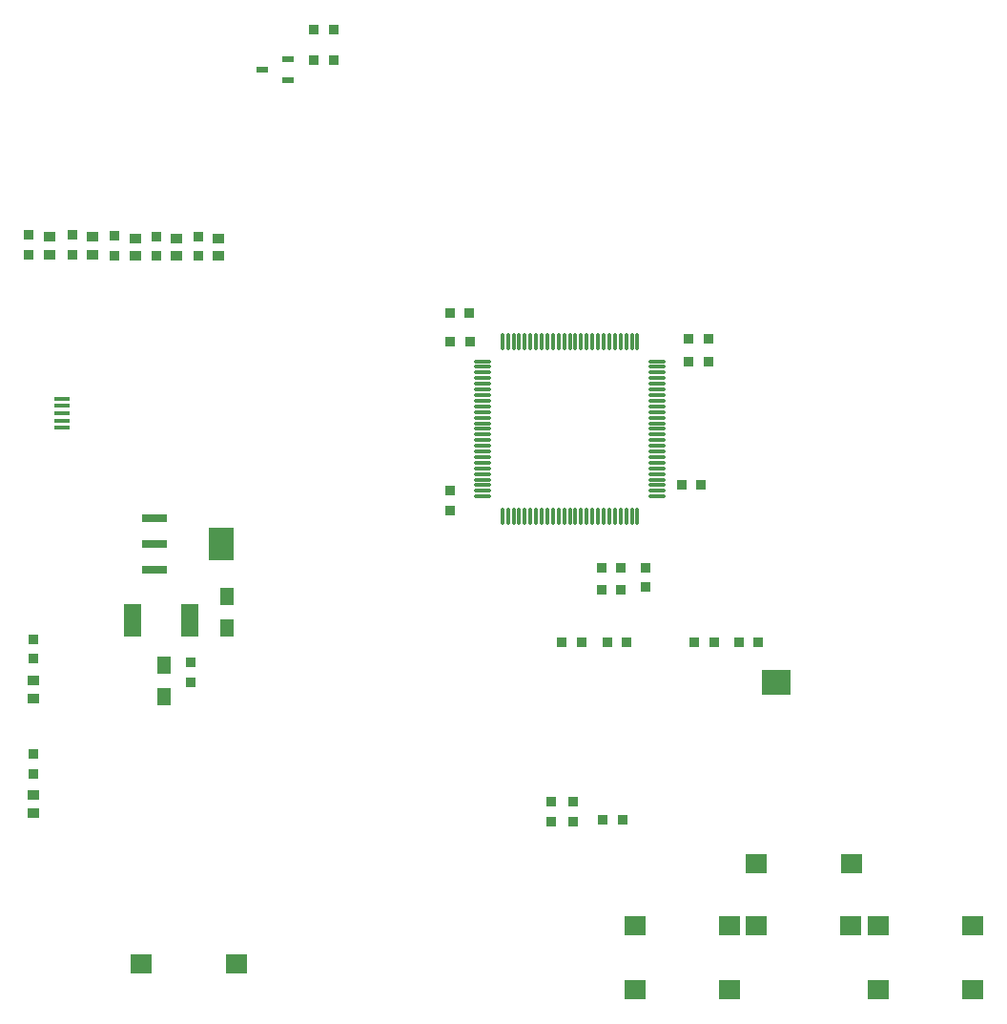
<source format=gtp>
G04*
G04 #@! TF.GenerationSoftware,Altium Limited,Altium Designer,19.0.4 (130)*
G04*
G04 Layer_Color=8421504*
%FSLAX24Y24*%
%MOIN*%
G70*
G01*
G75*
%ADD17R,0.0350X0.0380*%
%ADD18R,0.0386X0.0366*%
%ADD19R,0.0500X0.0600*%
%ADD20R,0.0551X0.0157*%
%ADD21R,0.0748X0.0669*%
%ADD22R,0.1024X0.0906*%
%ADD23R,0.0380X0.0350*%
%ADD24R,0.0394X0.0236*%
%ADD25R,0.0866X0.0299*%
%ADD26R,0.0866X0.1181*%
%ADD27O,0.0118X0.0610*%
%ADD28O,0.0610X0.0118*%
%ADD29R,0.0591X0.1181*%
D17*
X994Y28670D02*
D03*
Y27980D02*
D03*
X6918Y28623D02*
D03*
Y27933D02*
D03*
X5453Y28623D02*
D03*
Y27933D02*
D03*
X3988Y28637D02*
D03*
Y27947D02*
D03*
X2500Y28670D02*
D03*
Y27980D02*
D03*
X6650Y13046D02*
D03*
Y13736D02*
D03*
X19250Y8194D02*
D03*
Y8884D02*
D03*
X20000D02*
D03*
Y8194D02*
D03*
X1150Y10550D02*
D03*
Y9860D02*
D03*
Y14560D02*
D03*
Y13870D02*
D03*
X15698Y19740D02*
D03*
Y19050D02*
D03*
X22550Y16367D02*
D03*
Y17036D02*
D03*
D18*
X1700Y27997D02*
D03*
Y28603D02*
D03*
X7600Y27947D02*
D03*
Y28553D02*
D03*
X6150Y27947D02*
D03*
Y28553D02*
D03*
X4700Y27947D02*
D03*
Y28553D02*
D03*
X3200Y27997D02*
D03*
Y28603D02*
D03*
X1150Y9100D02*
D03*
Y8494D02*
D03*
Y13100D02*
D03*
Y12494D02*
D03*
D19*
X5700Y13650D02*
D03*
Y12550D02*
D03*
X7900Y16050D02*
D03*
Y14950D02*
D03*
D20*
X2158Y21938D02*
D03*
Y22194D02*
D03*
Y22450D02*
D03*
Y22706D02*
D03*
Y22962D02*
D03*
D21*
X8231Y3200D02*
D03*
X4924D02*
D03*
X22174Y2300D02*
D03*
X25481D02*
D03*
X33976Y2300D02*
D03*
X30669D02*
D03*
X29726Y4550D02*
D03*
X26419D02*
D03*
X33976D02*
D03*
X30669D02*
D03*
X22174Y4550D02*
D03*
X25481D02*
D03*
X26424Y6700D02*
D03*
X29731D02*
D03*
D22*
X27100Y13050D02*
D03*
D23*
X24740Y24250D02*
D03*
X24050D02*
D03*
X24740Y25050D02*
D03*
X24050D02*
D03*
X21740Y8250D02*
D03*
X21050D02*
D03*
X26490Y14450D02*
D03*
X25800D02*
D03*
X24260D02*
D03*
X24950D02*
D03*
X21690Y16278D02*
D03*
X21000D02*
D03*
X21690Y17050D02*
D03*
X21000D02*
D03*
X21890Y14450D02*
D03*
X21200D02*
D03*
X19610D02*
D03*
X20300D02*
D03*
X11650Y34774D02*
D03*
X10960D02*
D03*
X11650Y35850D02*
D03*
X10960D02*
D03*
X16390Y25950D02*
D03*
X15700D02*
D03*
X24490Y19931D02*
D03*
X23800D02*
D03*
X15710Y24950D02*
D03*
X16400D02*
D03*
D24*
X10053Y34076D02*
D03*
Y34824D02*
D03*
X9147Y34450D02*
D03*
D25*
X5389Y17869D02*
D03*
Y18775D02*
D03*
Y16964D02*
D03*
D26*
X7711Y17869D02*
D03*
D27*
X17538Y18849D02*
D03*
X17735D02*
D03*
X17931D02*
D03*
X18128D02*
D03*
X18325D02*
D03*
X18522D02*
D03*
X18719D02*
D03*
X18916D02*
D03*
X19113D02*
D03*
X19309D02*
D03*
X19506D02*
D03*
X19703D02*
D03*
X19900D02*
D03*
X20097D02*
D03*
X20294D02*
D03*
X20491D02*
D03*
X20687D02*
D03*
X20884D02*
D03*
X21081D02*
D03*
X21278D02*
D03*
X21475D02*
D03*
X21672D02*
D03*
X21869D02*
D03*
X22065D02*
D03*
X22262D02*
D03*
Y24951D02*
D03*
X22065D02*
D03*
X21869D02*
D03*
X21672D02*
D03*
X21475D02*
D03*
X21278D02*
D03*
X21081D02*
D03*
X20884D02*
D03*
X20687D02*
D03*
X20491D02*
D03*
X20294D02*
D03*
X20097D02*
D03*
X19900D02*
D03*
X19703D02*
D03*
X19506D02*
D03*
X19309D02*
D03*
X19113D02*
D03*
X18916D02*
D03*
X18719D02*
D03*
X18522D02*
D03*
X18325D02*
D03*
X18128D02*
D03*
X17931D02*
D03*
X17735D02*
D03*
X17538D02*
D03*
D28*
X22951Y19538D02*
D03*
Y19735D02*
D03*
Y19931D02*
D03*
Y20128D02*
D03*
Y20325D02*
D03*
Y20522D02*
D03*
Y20719D02*
D03*
Y20916D02*
D03*
Y21113D02*
D03*
Y21309D02*
D03*
Y21506D02*
D03*
Y21703D02*
D03*
Y21900D02*
D03*
Y22097D02*
D03*
Y22294D02*
D03*
Y22491D02*
D03*
Y22687D02*
D03*
Y22884D02*
D03*
Y23081D02*
D03*
Y23278D02*
D03*
Y23475D02*
D03*
Y23672D02*
D03*
Y23869D02*
D03*
Y24065D02*
D03*
Y24262D02*
D03*
X16849D02*
D03*
Y24065D02*
D03*
Y23869D02*
D03*
Y23672D02*
D03*
Y23475D02*
D03*
Y23278D02*
D03*
Y23081D02*
D03*
Y22884D02*
D03*
Y22687D02*
D03*
Y22491D02*
D03*
Y22294D02*
D03*
Y22097D02*
D03*
Y21900D02*
D03*
Y21703D02*
D03*
Y21506D02*
D03*
Y21309D02*
D03*
Y21113D02*
D03*
Y20916D02*
D03*
Y20719D02*
D03*
Y20522D02*
D03*
Y20325D02*
D03*
Y20128D02*
D03*
Y19931D02*
D03*
Y19735D02*
D03*
Y19538D02*
D03*
D29*
X4600Y15200D02*
D03*
X6600D02*
D03*
M02*

</source>
